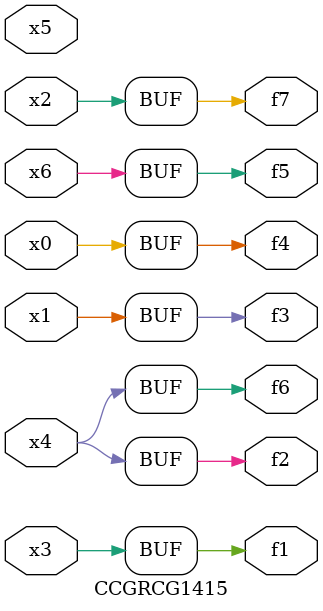
<source format=v>
module CCGRCG1415(
	input x0, x1, x2, x3, x4, x5, x6,
	output f1, f2, f3, f4, f5, f6, f7
);
	assign f1 = x3;
	assign f2 = x4;
	assign f3 = x1;
	assign f4 = x0;
	assign f5 = x6;
	assign f6 = x4;
	assign f7 = x2;
endmodule

</source>
